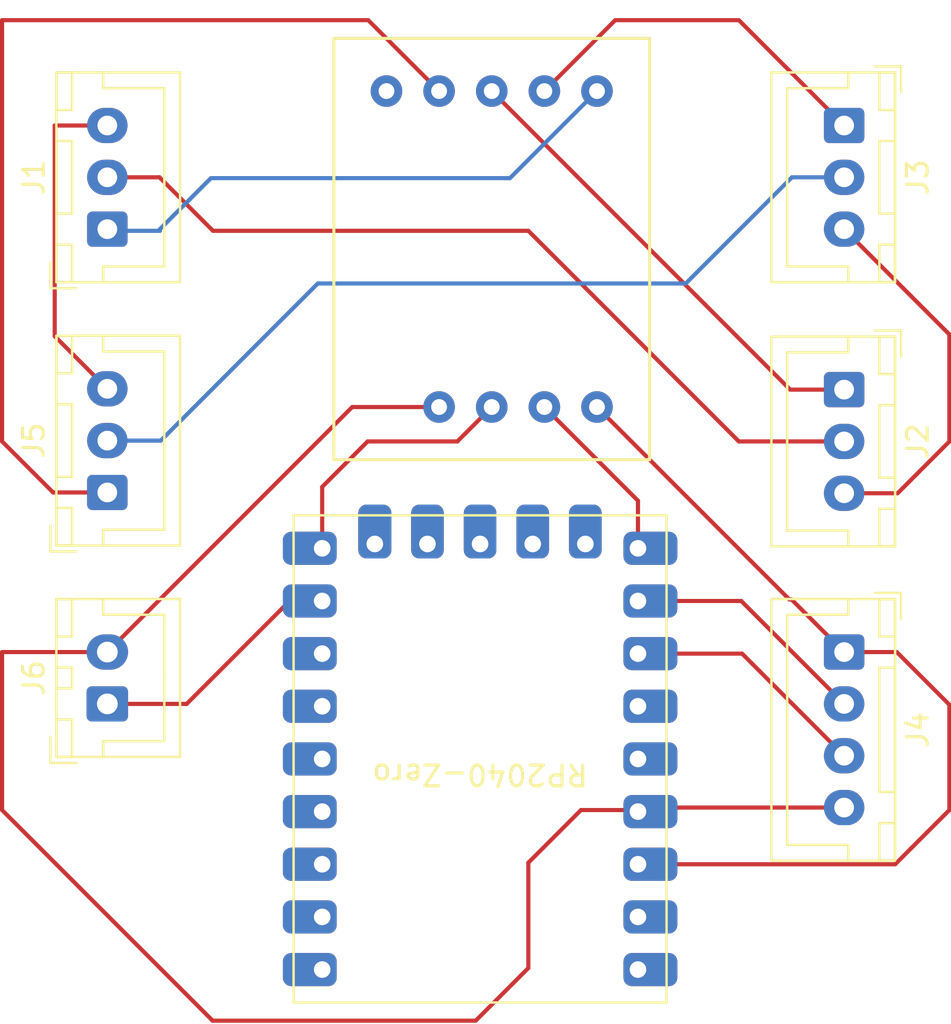
<source format=kicad_pcb>
(kicad_pcb (version 20240108) (generator "pcbnew") (generator_version "8.0")
  (layers (0 "F.Cu" signal) (31 "B.Cu" signal) (34 "B.Paste" user) (35 "F.Paste" user) (36 "B.SilkS" user "B.Silkscreen") (37 "F.SilkS" user "F.Silkscreen") (38 "B.Mask" user) (39 "F.Mask" user) (44 "Edge.Cuts" user))
  (net 0 "")
  (net 1 "Net-(HX1-CLK)")
  (net 2 "Net-(HX1-RED{slash}E+)")
  (net 4 "Net-(HX1-GRN{slash}A+)")
  (net 5 "Net-(HX1-WHT{slash}A-)")
  (net 14 "Net-(HX1-BLK{slash}E-)")
  (net 15 "GND")
  (net 21 "3V3")
  (net 22 "Net-(J1-Pin_3)")
  (net 23 "Net-(J1-Pin_2)")
  (net 24 "Net-(J2-Pin_3)")
  (net 25 "Net-(J3-Pin_2)")
  (net 26 "Net-(J4-Pin_2)")
  (net 27 "Net-(J4-Pin_3)")
  (net 28 "Net-(J6-Pin_1)")
  (net 32 "Net-(HX1-DAT)")
  (footprint "custom:hx711_module" (layer "F.Cu") (at 160.7925 46.6 -90)
    (property "Reference" "HX1" (hide yes))
    (property "Value" "~" (hide yes))
    (fp_rect (start -10.16 2.54) (end 10.16 17.78) (stroke (width 0.15)) (fill none) (layer "F.SilkS"))
    (pad "1" thru_hole circle (at 7.62 5.08 270) (size 1.524 1.524) (drill 0.762) (layers "*.Cu" "*.Mask") (net 21 "3V3"))
    (pad "2" thru_hole circle (at 7.62 7.62 270) (size 1.524 1.524) (drill 0.762) (layers "*.Cu" "*.Mask") (net 32 "Net-(HX1-DAT)"))
    (pad "3" thru_hole circle (at 7.62 10.16 270) (size 1.524 1.524) (drill 0.762) (layers "*.Cu" "*.Mask") (net 1 "Net-(HX1-CLK)"))
    (pad "4" thru_hole circle (at 7.62 12.7 270) (size 1.524 1.524) (drill 0.762) (layers "*.Cu" "*.Mask") (net 15 "GND"))
    (pad "5" thru_hole circle (at -7.62 5.08 270) (size 1.524 1.524) (drill 0.762) (layers "*.Cu" "*.Mask") (net 2 "Net-(HX1-RED{slash}E+)"))
    (pad "6" thru_hole circle (at -7.62 7.62 270) (size 1.524 1.524) (drill 0.762) (layers "*.Cu" "*.Mask") (net 14 "Net-(HX1-BLK{slash}E-)"))
    (pad "7" thru_hole circle (at -7.62 10.16 270) (size 1.524 1.524) (drill 0.762) (layers "*.Cu" "*.Mask") (net 5 "Net-(HX1-WHT{slash}A-)"))
    (pad "8" thru_hole circle (at -7.62 12.7 270) (size 1.524 1.524) (drill 0.762) (layers "*.Cu" "*.Mask") (net 4 "Net-(HX1-GRN{slash}A+)"))
    (pad "9" thru_hole circle (at -7.62 15.24 270) (size 1.524 1.524) (drill 0.762) (layers "*.Cu" "*.Mask"))
  )
  (footprint "Connector_JST:JST_XH_B3B-XH-A_1x03_P2.50mm_Vertical" (layer "F.Cu") (at 132.08 58.34 90)
    (property "Reference" "J5" (at 2.5 -3.55 90) (layer "F.SilkS"))
    (property "Value" "Screw_Terminal_01x03")
    (fp_line (start -1.6 -2.75) (end -2.85 -2.75) (stroke (width 0.12)) (layer "F.SilkS"))
    (fp_line (start -2.85 -2.75) (end -2.85 -1.5) (stroke (width 0.12)) (layer "F.SilkS"))
    (fp_line (start 7.56 -2.46) (end -2.56 -2.46) (stroke (width 0.12)) (layer "F.SilkS"))
    (fp_line (start -2.56 -2.46) (end -2.56 3.51) (stroke (width 0.12)) (layer "F.SilkS"))
    (fp_line (start 7.55 -2.45) (end 5.75 -2.45) (stroke (width 0.12)) (layer "F.SilkS"))
    (fp_line (start 5.75 -2.45) (end 5.75 -1.7) (stroke (width 0.12)) (layer "F.SilkS"))
    (fp_line (start 4.25 -2.45) (end 0.75 -2.45) (stroke (width 0.12)) (layer "F.SilkS"))
    (fp_line (start 0.75 -2.45) (end 0.75 -1.7) (stroke (width 0.12)) (layer "F.SilkS"))
    (fp_line (start -0.75 -2.45) (end -2.55 -2.45) (stroke (width 0.12)) (layer "F.SilkS"))
    (fp_line (start -2.55 -2.45) (end -2.55 -1.7) (stroke (width 0.12)) (layer "F.SilkS"))
    (fp_line (start 7.55 -1.7) (end 7.55 -2.45) (stroke (width 0.12)) (layer "F.SilkS"))
    (fp_line (start 5.75 -1.7) (end 7.55 -1.7) (stroke (width 0.12)) (layer "F.SilkS"))
    (fp_line (start 4.25 -1.7) (end 4.25 -2.45) (stroke (width 0.12)) (layer "F.SilkS"))
    (fp_line (start 0.75 -1.7) (end 4.25 -1.7) (stroke (width 0.12)) (layer "F.SilkS"))
    (fp_line (start -0.75 -1.7) (end -0.75 -2.45) (stroke (width 0.12)) (layer "F.SilkS"))
    (fp_line (start -2.55 -1.7) (end -0.75 -1.7) (stroke (width 0.12)) (layer "F.SilkS"))
    (fp_line (start 7.55 -0.2) (end 6.8 -0.2) (stroke (width 0.12)) (layer "F.SilkS"))
    (fp_line (start 6.8 -0.2) (end 6.8 2.75) (stroke (width 0.12)) (layer "F.SilkS"))
    (fp_line (start -1.8 -0.2) (end -1.8 2.75) (stroke (width 0.12)) (layer "F.SilkS"))
    (fp_line (start -2.55 -0.2) (end -1.8 -0.2) (stroke (width 0.12)) (layer "F.SilkS"))
    (fp_line (start 6.8 2.75) (end 2.5 2.75) (stroke (width 0.12)) (layer "F.SilkS"))
    (fp_line (start -1.8 2.75) (end 2.5 2.75) (stroke (width 0.12)) (layer "F.SilkS"))
    (fp_line (start 7.56 3.51) (end 7.56 -2.46) (stroke (width 0.12)) (layer "F.SilkS"))
    (fp_line (start -2.56 3.51) (end 7.56 3.51) (stroke (width 0.12)) (layer "F.SilkS"))
    (pad "1" thru_hole roundrect (at 0 0 90) (size 1.7 1.95) (drill 0.95) (layers "*.Cu" "*.Mask") (roundrect_rratio 0.147059) (net 4 "Net-(HX1-GRN{slash}A+)"))
    (pad "2" thru_hole oval (at 2.5 0 90) (size 1.7 1.95) (drill 0.95) (layers "*.Cu" "*.Mask") (net 25 "Net-(J3-Pin_2)"))
    (pad "3" thru_hole oval (at 5 0 90) (size 1.7 1.95) (drill 0.95) (layers "*.Cu" "*.Mask") (net 22 "Net-(J1-Pin_3)"))
  )
  (footprint "RP2040-Zero-Kicad:RP2040-Zero" (layer "F.Cu") (at 160.23 58.495 180)
    (property "Reference" "RZ1")
    (property "Value" "RP2040-Zero" (at 10.16 -13.45 180) (layer "F.SilkS"))
    (fp_line (start 19.16 -0.95) (end 19.16 -24.45) (stroke (width 0.12)) (layer "F.SilkS"))
    (fp_line (start 19.16 -24.45) (end 1.16 -24.45) (stroke (width 0.12)) (layer "F.SilkS"))
    (fp_line (start 1.16 -0.95) (end 19.16 -0.95) (stroke (width 0.12)) (layer "F.SilkS"))
    (fp_line (start 1.16 -24.45) (end 1.16 -0.95) (stroke (width 0.12)) (layer "F.SilkS"))
    (pad "1" thru_hole roundrect (at 17.78 -22.86 180) (size 2.6 1.6) (drill 0.8 (offset 0.6 0)) (layers "*.Cu" "*.Mask"))
    (pad "2" thru_hole roundrect (at 17.78 -20.32 180) (size 2.6 1.6) (drill 0.8 (offset 0.6 0)) (layers "*.Cu" "*.Mask"))
    (pad "3" thru_hole roundrect (at 17.78 -17.78 180) (size 2.6 1.6) (drill 0.8 (offset 0.6 0)) (layers "*.Cu" "*.Mask"))
    (pad "4" thru_hole roundrect (at 17.78 -15.24 180) (size 2.6 1.6) (drill 0.8 (offset 0.6 0)) (layers "*.Cu" "*.Mask"))
    (pad "5" thru_hole roundrect (at 17.78 -12.7 180) (size 2.6 1.6) (drill 0.8 (offset 0.6 0)) (layers "*.Cu" "*.Mask"))
    (pad "6" thru_hole roundrect (at 17.78 -10.16 180) (size 2.6 1.6002) (drill 0.8 (offset 0.6 0)) (layers "*.Cu" "*.Mask"))
    (pad "7" thru_hole roundrect (at 17.78 -7.62 180) (size 2.6 1.6002) (drill 0.8 (offset 0.6 0)) (layers "*.Cu" "*.Mask"))
    (pad "8" thru_hole roundrect (at 17.78 -5.08 180) (size 2.6 1.6002) (drill 0.8 (offset 0.6 0)) (layers "*.Cu" "*.Mask") (net 28 "Net-(J6-Pin_1)"))
    (pad "9" thru_hole roundrect (at 17.78 -2.54 180) (size 2.6 1.6002) (drill 0.8 (offset 0.6 0)) (layers "*.Cu" "*.Mask") (net 1 "Net-(HX1-CLK)"))
    (pad "10" thru_hole roundrect (at 15.24 -2.33 180) (size 1.6 2.6) (drill 0.8 (offset 0 0.6)) (layers "*.Cu" "*.Mask"))
    (pad "11" thru_hole roundrect (at 12.7 -2.33 180) (size 1.5748 2.6) (drill 0.8 (offset 0 0.6)) (layers "*.Cu" "*.Mask"))
    (pad "12" thru_hole roundrect (at 10.16 -2.33 180) (size 1.5748 2.6) (drill 0.8 (offset 0 0.6)) (layers "*.Cu" "*.Mask"))
    (pad "13" thru_hole roundrect (at 7.62 -2.33 180) (size 1.5748 2.6) (drill 0.8 (offset 0 0.6)) (layers "*.Cu" "*.Mask"))
    (pad "14" thru_hole roundrect (at 5.08 -2.33 180) (size 1.5748 2.6) (drill 0.8 (offset 0 0.6)) (layers "*.Cu" "*.Mask"))
    (pad "15" thru_hole roundrect (at 2.54 -2.54 180) (size 2.6 1.6002) (drill 0.8 (offset -0.6 0)) (layers "*.Cu" "*.Mask") (net 32 "Net-(HX1-DAT)"))
    (pad "16" thru_hole roundrect (at 2.54 -5.08 180) (size 2.6 1.6002) (drill 0.8 (offset -0.6 0)) (layers "*.Cu" "*.Mask") (net 26 "Net-(J4-Pin_2)"))
    (pad "17" thru_hole roundrect (at 2.54 -7.62 180) (size 2.6 1.6002) (drill 0.8 (offset -0.6 0)) (layers "*.Cu" "*.Mask") (net 27 "Net-(J4-Pin_3)"))
    (pad "18" thru_hole roundrect (at 2.54 -10.16 180) (size 2.6 1.6002) (drill 0.8 (offset -0.6 0)) (layers "*.Cu" "*.Mask"))
    (pad "19" thru_hole roundrect (at 2.54 -22.86 180) (size 2.6 1.6002) (drill 0.8 (offset -0.6 0)) (layers "*.Cu" "*.Mask"))
    (pad "20" thru_hole roundrect (at 2.54 -20.32 180) (size 2.6 1.6002) (drill 0.8 (offset -0.6 0)) (layers "*.Cu" "*.Mask"))
    (pad "21" thru_hole roundrect (at 2.54 -17.78 180) (size 2.6 1.6002) (drill 0.8 (offset -0.6 0)) (layers "*.Cu" "*.Mask") (net 21 "3V3"))
    (pad "22" thru_hole roundrect (at 2.54 -12.7 180) (size 2.6 1.6002) (drill 0.8 (offset -0.6 0)) (layers "*.Cu" "*.Mask"))
    (pad "23" thru_hole roundrect (at 2.54 -15.24 180) (size 2.6 1.6002) (drill 0.8 (offset -0.6 0)) (layers "*.Cu" "*.Mask") (net 15 "GND"))
  )
  (footprint "Connector_JST:JST_XH_B3B-XH-A_1x03_P2.50mm_Vertical" (layer "F.Cu") (at 167.64 53.38 -90)
    (property "Reference" "J2" (at 2.5 -3.55 -90) (layer "F.SilkS"))
    (property "Value" "Screw_Terminal_01x03")
    (fp_line (start -2.56 3.51) (end 7.56 3.51) (stroke (width 0.12)) (layer "F.SilkS"))
    (fp_line (start 7.56 3.51) (end 7.56 -2.46) (stroke (width 0.12)) (layer "F.SilkS"))
    (fp_line (start -1.8 2.75) (end 2.5 2.75) (stroke (width 0.12)) (layer "F.SilkS"))
    (fp_line (start 6.8 2.75) (end 2.5 2.75) (stroke (width 0.12)) (layer "F.SilkS"))
    (fp_line (start -2.55 -0.2) (end -1.8 -0.2) (stroke (width 0.12)) (layer "F.SilkS"))
    (fp_line (start -1.8 -0.2) (end -1.8 2.75) (stroke (width 0.12)) (layer "F.SilkS"))
    (fp_line (start 6.8 -0.2) (end 6.8 2.75) (stroke (width 0.12)) (layer "F.SilkS"))
    (fp_line (start 7.55 -0.2) (end 6.8 -0.2) (stroke (width 0.12)) (layer "F.SilkS"))
    (fp_line (start -2.55 -1.7) (end -0.75 -1.7) (stroke (width 0.12)) (layer "F.SilkS"))
    (fp_line (start -0.75 -1.7) (end -0.75 -2.45) (stroke (width 0.12)) (layer "F.SilkS"))
    (fp_line (start 0.75 -1.7) (end 4.25 -1.7) (stroke (width 0.12)) (layer "F.SilkS"))
    (fp_line (start 4.25 -1.7) (end 4.25 -2.45) (stroke (width 0.12)) (layer "F.SilkS"))
    (fp_line (start 5.75 -1.7) (end 7.55 -1.7) (stroke (width 0.12)) (layer "F.SilkS"))
    (fp_line (start 7.55 -1.7) (end 7.55 -2.45) (stroke (width 0.12)) (layer "F.SilkS"))
    (fp_line (start -2.55 -2.45) (end -2.55 -1.7) (stroke (width 0.12)) (layer "F.SilkS"))
    (fp_line (start -0.75 -2.45) (end -2.55 -2.45) (stroke (width 0.12)) (layer "F.SilkS"))
    (fp_line (start 0.75 -2.45) (end 0.75 -1.7) (stroke (width 0.12)) (layer "F.SilkS"))
    (fp_line (start 4.25 -2.45) (end 0.75 -2.45) (stroke (width 0.12)) (layer "F.SilkS"))
    (fp_line (start 5.75 -2.45) (end 5.75 -1.7) (stroke (width 0.12)) (layer "F.SilkS"))
    (fp_line (start 7.55 -2.45) (end 5.75 -2.45) (stroke (width 0.12)) (layer "F.SilkS"))
    (fp_line (start -2.56 -2.46) (end -2.56 3.51) (stroke (width 0.12)) (layer "F.SilkS"))
    (fp_line (start 7.56 -2.46) (end -2.56 -2.46) (stroke (width 0.12)) (layer "F.SilkS"))
    (fp_line (start -2.85 -2.75) (end -2.85 -1.5) (stroke (width 0.12)) (layer "F.SilkS"))
    (fp_line (start -1.6 -2.75) (end -2.85 -2.75) (stroke (width 0.12)) (layer "F.SilkS"))
    (pad "1" thru_hole roundrect (at 0 0 270) (size 1.7 1.95) (drill 0.95) (layers "*.Cu" "*.Mask") (roundrect_rratio 0.147059) (net 5 "Net-(HX1-WHT{slash}A-)"))
    (pad "2" thru_hole oval (at 2.5 0 270) (size 1.7 1.95) (drill 0.95) (layers "*.Cu" "*.Mask") (net 23 "Net-(J1-Pin_2)"))
    (pad "3" thru_hole oval (at 5 0 270) (size 1.7 1.95) (drill 0.95) (layers "*.Cu" "*.Mask") (net 24 "Net-(J2-Pin_3)"))
  )
  (footprint "Connector_JST:JST_XH_B3B-XH-A_1x03_P2.50mm_Vertical" (layer "F.Cu") (at 132.08 45.64 90)
    (property "Reference" "J1" (at 2.5 -3.55 90) (layer "F.SilkS"))
    (property "Value" "Screw_Terminal_01x03")
    (fp_line (start -1.6 -2.75) (end -2.85 -2.75) (stroke (width 0.12)) (layer "F.SilkS"))
    (fp_line (start -2.85 -2.75) (end -2.85 -1.5) (stroke (width 0.12)) (layer "F.SilkS"))
    (fp_line (start 7.56 -2.46) (end -2.56 -2.46) (stroke (width 0.12)) (layer "F.SilkS"))
    (fp_line (start -2.56 -2.46) (end -2.56 3.51) (stroke (width 0.12)) (layer "F.SilkS"))
    (fp_line (start 7.55 -2.45) (end 5.75 -2.45) (stroke (width 0.12)) (layer "F.SilkS"))
    (fp_line (start 5.75 -2.45) (end 5.75 -1.7) (stroke (width 0.12)) (layer "F.SilkS"))
    (fp_line (start 4.25 -2.45) (end 0.75 -2.45) (stroke (width 0.12)) (layer "F.SilkS"))
    (fp_line (start 0.75 -2.45) (end 0.75 -1.7) (stroke (width 0.12)) (layer "F.SilkS"))
    (fp_line (start -0.75 -2.45) (end -2.55 -2.45) (stroke (width 0.12)) (layer "F.SilkS"))
    (fp_line (start -2.55 -2.45) (end -2.55 -1.7) (stroke (width 0.12)) (layer "F.SilkS"))
    (fp_line (start 7.55 -1.7) (end 7.55 -2.45) (stroke (width 0.12)) (layer "F.SilkS"))
    (fp_line (start 5.75 -1.7) (end 7.55 -1.7) (stroke (width 0.12)) (layer "F.SilkS"))
    (fp_line (start 4.25 -1.7) (end 4.25 -2.45) (stroke (width 0.12)) (layer "F.SilkS"))
    (fp_line (start 0.75 -1.7) (end 4.25 -1.7) (stroke (width 0.12)) (layer "F.SilkS"))
    (fp_line (start -0.75 -1.7) (end -0.75 -2.45) (stroke (width 0.12)) (layer "F.SilkS"))
    (fp_line (start -2.55 -1.7) (end -0.75 -1.7) (stroke (width 0.12)) (layer "F.SilkS"))
    (fp_line (start 7.55 -0.2) (end 6.8 -0.2) (stroke (width 0.12)) (layer "F.SilkS"))
    (fp_line (start 6.8 -0.2) (end 6.8 2.75) (stroke (width 0.12)) (layer "F.SilkS"))
    (fp_line (start -1.8 -0.2) (end -1.8 2.75) (stroke (width 0.12)) (layer "F.SilkS"))
    (fp_line (start -2.55 -0.2) (end -1.8 -0.2) (stroke (width 0.12)) (layer "F.SilkS"))
    (fp_line (start 6.8 2.75) (end 2.5 2.75) (stroke (width 0.12)) (layer "F.SilkS"))
    (fp_line (start -1.8 2.75) (end 2.5 2.75) (stroke (width 0.12)) (layer "F.SilkS"))
    (fp_line (start 7.56 3.51) (end 7.56 -2.46) (stroke (width 0.12)) (layer "F.SilkS"))
    (fp_line (start -2.56 3.51) (end 7.56 3.51) (stroke (width 0.12)) (layer "F.SilkS"))
    (pad "1" thru_hole roundrect (at 0 0 90) (size 1.7 1.95) (drill 0.95) (layers "*.Cu" "*.Mask") (roundrect_rratio 0.147059) (net 2 "Net-(HX1-RED{slash}E+)"))
    (pad "2" thru_hole oval (at 2.5 0 90) (size 1.7 1.95) (drill 0.95) (layers "*.Cu" "*.Mask") (net 23 "Net-(J1-Pin_2)"))
    (pad "3" thru_hole oval (at 5 0 90) (size 1.7 1.95) (drill 0.95) (layers "*.Cu" "*.Mask") (net 22 "Net-(J1-Pin_3)"))
  )
  (footprint "Connector_JST:JST_XH_B4B-XH-A_1x04_P2.50mm_Vertical" (layer "F.Cu") (at 167.64 66.04 -90)
    (property "Reference" "J4" (at 3.75 -3.55 -90) (layer "F.SilkS"))
    (property "Value" "Screw_Terminal_01x04")
    (fp_line (start -2.56 3.51) (end 10.06 3.51) (stroke (width 0.12)) (layer "F.SilkS"))
    (fp_line (start 10.06 3.51) (end 10.06 -2.46) (stroke (width 0.12)) (layer "F.SilkS"))
    (fp_line (start -1.8 2.75) (end 3.75 2.75) (stroke (width 0.12)) (layer "F.SilkS"))
    (fp_line (start 9.3 2.75) (end 3.75 2.75) (stroke (width 0.12)) (layer "F.SilkS"))
    (fp_line (start -2.55 -0.2) (end -1.8 -0.2) (stroke (width 0.12)) (layer "F.SilkS"))
    (fp_line (start -1.8 -0.2) (end -1.8 2.75) (stroke (width 0.12)) (layer "F.SilkS"))
    (fp_line (start 9.3 -0.2) (end 9.3 2.75) (stroke (width 0.12)) (layer "F.SilkS"))
    (fp_line (start 10.05 -0.2) (end 9.3 -0.2) (stroke (width 0.12)) (layer "F.SilkS"))
    (fp_line (start -2.55 -1.7) (end -0.75 -1.7) (stroke (width 0.12)) (layer "F.SilkS"))
    (fp_line (start -0.75 -1.7) (end -0.75 -2.45) (stroke (width 0.12)) (layer "F.SilkS"))
    (fp_line (start 0.75 -1.7) (end 6.75 -1.7) (stroke (width 0.12)) (layer "F.SilkS"))
    (fp_line (start 6.75 -1.7) (end 6.75 -2.45) (stroke (width 0.12)) (layer "F.SilkS"))
    (fp_line (start 8.25 -1.7) (end 10.05 -1.7) (stroke (width 0.12)) (layer "F.SilkS"))
    (fp_line (start 10.05 -1.7) (end 10.05 -2.45) (stroke (width 0.12)) (layer "F.SilkS"))
    (fp_line (start -2.55 -2.45) (end -2.55 -1.7) (stroke (width 0.12)) (layer "F.SilkS"))
    (fp_line (start -0.75 -2.45) (end -2.55 -2.45) (stroke (width 0.12)) (layer "F.SilkS"))
    (fp_line (start 0.75 -2.45) (end 0.75 -1.7) (stroke (width 0.12)) (layer "F.SilkS"))
    (fp_line (start 6.75 -2.45) (end 0.75 -2.45) (stroke (width 0.12)) (layer "F.SilkS"))
    (fp_line (start 8.25 -2.45) (end 8.25 -1.7) (stroke (width 0.12)) (layer "F.SilkS"))
    (fp_line (start 10.05 -2.45) (end 8.25 -2.45) (stroke (width 0.12)) (layer "F.SilkS"))
    (fp_line (start -2.56 -2.46) (end -2.56 3.51) (stroke (width 0.12)) (layer "F.SilkS"))
    (fp_line (start 10.06 -2.46) (end -2.56 -2.46) (stroke (width 0.12)) (layer "F.SilkS"))
    (fp_line (start -2.85 -2.75) (end -2.85 -1.5) (stroke (width 0.12)) (layer "F.SilkS"))
    (fp_line (start -1.6 -2.75) (end -2.85 -2.75) (stroke (width 0.12)) (layer "F.SilkS"))
    (pad "1" thru_hole roundrect (at 0 0 270) (size 1.7 1.95) (drill 0.95) (layers "*.Cu" "*.Mask") (roundrect_rratio 0.147059) (net 21 "3V3"))
    (pad "2" thru_hole oval (at 2.5 0 270) (size 1.7 1.95) (drill 0.95) (layers "*.Cu" "*.Mask") (net 26 "Net-(J4-Pin_2)"))
    (pad "3" thru_hole oval (at 5 0 270) (size 1.7 1.95) (drill 0.95) (layers "*.Cu" "*.Mask") (net 27 "Net-(J4-Pin_3)"))
    (pad "4" thru_hole oval (at 7.5 0 270) (size 1.7 1.95) (drill 0.95) (layers "*.Cu" "*.Mask") (net 15 "GND"))
  )
  (footprint "Connector_JST:JST_XH_B2B-XH-A_1x02_P2.50mm_Vertical" (layer "F.Cu") (at 132.08 68.54 90)
    (property "Reference" "J6" (at 1.25 -3.55 90) (layer "F.SilkS"))
    (property "Value" "Screw_Terminal_01x02")
    (fp_line (start -1.6 -2.75) (end -2.85 -2.75) (stroke (width 0.12)) (layer "F.SilkS"))
    (fp_line (start -2.85 -2.75) (end -2.85 -1.5) (stroke (width 0.12)) (layer "F.SilkS"))
    (fp_line (start 5.06 -2.46) (end -2.56 -2.46) (stroke (width 0.12)) (layer "F.SilkS"))
    (fp_line (start -2.56 -2.46) (end -2.56 3.51) (stroke (width 0.12)) (layer "F.SilkS"))
    (fp_line (start 5.05 -2.45) (end 3.25 -2.45) (stroke (width 0.12)) (layer "F.SilkS"))
    (fp_line (start 3.25 -2.45) (end 3.25 -1.7) (stroke (width 0.12)) (layer "F.SilkS"))
    (fp_line (start 1.75 -2.45) (end 0.75 -2.45) (stroke (width 0.12)) (layer "F.SilkS"))
    (fp_line (start 0.75 -2.45) (end 0.75 -1.7) (stroke (width 0.12)) (layer "F.SilkS"))
    (fp_line (start -0.75 -2.45) (end -2.55 -2.45) (stroke (width 0.12)) (layer "F.SilkS"))
    (fp_line (start -2.55 -2.45) (end -2.55 -1.7) (stroke (width 0.12)) (layer "F.SilkS"))
    (fp_line (start 5.05 -1.7) (end 5.05 -2.45) (stroke (width 0.12)) (layer "F.SilkS"))
    (fp_line (start 3.25 -1.7) (end 5.05 -1.7) (stroke (width 0.12)) (layer "F.SilkS"))
    (fp_line (start 1.75 -1.7) (end 1.75 -2.45) (stroke (width 0.12)) (layer "F.SilkS"))
    (fp_line (start 0.75 -1.7) (end 1.75 -1.7) (stroke (width 0.12)) (layer "F.SilkS"))
    (fp_line (start -0.75 -1.7) (end -0.75 -2.45) (stroke (width 0.12)) (layer "F.SilkS"))
    (fp_line (start -2.55 -1.7) (end -0.75 -1.7) (stroke (width 0.12)) (layer "F.SilkS"))
    (fp_line (start 5.05 -0.2) (end 4.3 -0.2) (stroke (width 0.12)) (layer "F.SilkS"))
    (fp_line (start 4.3 -0.2) (end 4.3 2.75) (stroke (width 0.12)) (layer "F.SilkS"))
    (fp_line (start -1.8 -0.2) (end -1.8 2.75) (stroke (width 0.12)) (layer "F.SilkS"))
    (fp_line (start -2.55 -0.2) (end -1.8 -0.2) (stroke (width 0.12)) (layer "F.SilkS"))
    (fp_line (start 4.3 2.75) (end 1.25 2.75) (stroke (width 0.12)) (layer "F.SilkS"))
    (fp_line (start -1.8 2.75) (end 1.25 2.75) (stroke (width 0.12)) (layer "F.SilkS"))
    (fp_line (start 5.06 3.51) (end 5.06 -2.46) (stroke (width 0.12)) (layer "F.SilkS"))
    (fp_line (start -2.56 3.51) (end 5.06 3.51) (stroke (width 0.12)) (layer "F.SilkS"))
    (pad "1" thru_hole roundrect (at 0 0 90) (size 1.7 2) (drill 1) (layers "*.Cu" "*.Mask") (roundrect_rratio 0.147059) (net 28 "Net-(J6-Pin_1)"))
    (pad "2" thru_hole oval (at 2.5 0 90) (size 1.7 2) (drill 1) (layers "*.Cu" "*.Mask") (net 15 "GND"))
  )
  (footprint "Connector_JST:JST_XH_B3B-XH-A_1x03_P2.50mm_Vertical" (layer "F.Cu") (at 167.64 40.64 -90)
    (property "Reference" "J3" (at 2.5 -3.55 -90) (layer "F.SilkS"))
    (property "Value" "Screw_Terminal_01x03")
    (fp_line (start -2.56 3.51) (end 7.56 3.51) (stroke (width 0.12)) (layer "F.SilkS"))
    (fp_line (start 7.56 3.51) (end 7.56 -2.46) (stroke (width 0.12)) (layer "F.SilkS"))
    (fp_line (start -1.8 2.75) (end 2.5 2.75) (stroke (width 0.12)) (layer "F.SilkS"))
    (fp_line (start 6.8 2.75) (end 2.5 2.75) (stroke (width 0.12)) (layer "F.SilkS"))
    (fp_line (start -2.55 -0.2) (end -1.8 -0.2) (stroke (width 0.12)) (layer "F.SilkS"))
    (fp_line (start -1.8 -0.2) (end -1.8 2.75) (stroke (width 0.12)) (layer "F.SilkS"))
    (fp_line (start 6.8 -0.2) (end 6.8 2.75) (stroke (width 0.12)) (layer "F.SilkS"))
    (fp_line (start 7.55 -0.2) (end 6.8 -0.2) (stroke (width 0.12)) (layer "F.SilkS"))
    (fp_line (start -2.55 -1.7) (end -0.75 -1.7) (stroke (width 0.12)) (layer "F.SilkS"))
    (fp_line (start -0.75 -1.7) (end -0.75 -2.45) (stroke (width 0.12)) (layer "F.SilkS"))
    (fp_line (start 0.75 -1.7) (end 4.25 -1.7) (stroke (width 0.12)) (layer "F.SilkS"))
    (fp_line (start 4.25 -1.7) (end 4.25 -2.45) (stroke (width 0.12)) (layer "F.SilkS"))
    (fp_line (start 5.75 -1.7) (end 7.55 -1.7) (stroke (width 0.12)) (layer "F.SilkS"))
    (fp_line (start 7.55 -1.7) (end 7.55 -2.45) (stroke (width 0.12)) (layer "F.SilkS"))
    (fp_line (start -2.55 -2.45) (end -2.55 -1.7) (stroke (width 0.12)) (layer "F.SilkS"))
    (fp_line (start -0.75 -2.45) (end -2.55 -2.45) (stroke (width 0.12)) (layer "F.SilkS"))
    (fp_line (start 0.75 -2.45) (end 0.75 -1.7) (stroke (width 0.12)) (layer "F.SilkS"))
    (fp_line (start 4.25 -2.45) (end 0.75 -2.45) (stroke (width 0.12)) (layer "F.SilkS"))
    (fp_line (start 5.75 -2.45) (end 5.75 -1.7) (stroke (width 0.12)) (layer "F.SilkS"))
    (fp_line (start 7.55 -2.45) (end 5.75 -2.45) (stroke (width 0.12)) (layer "F.SilkS"))
    (fp_line (start -2.56 -2.46) (end -2.56 3.51) (stroke (width 0.12)) (layer "F.SilkS"))
    (fp_line (start 7.56 -2.46) (end -2.56 -2.46) (stroke (width 0.12)) (layer "F.SilkS"))
    (fp_line (start -2.85 -2.75) (end -2.85 -1.5) (stroke (width 0.12)) (layer "F.SilkS"))
    (fp_line (start -1.6 -2.75) (end -2.85 -2.75) (stroke (width 0.12)) (layer "F.SilkS"))
    (pad "1" thru_hole roundrect (at 0 0 270) (size 1.7 1.95) (drill 0.95) (layers "*.Cu" "*.Mask") (roundrect_rratio 0.147059) (net 14 "Net-(HX1-BLK{slash}E-)"))
    (pad "2" thru_hole oval (at 2.5 0 270) (size 1.7 1.95) (drill 0.95) (layers "*.Cu" "*.Mask") (net 25 "Net-(J3-Pin_2)"))
    (pad "3" thru_hole oval (at 5 0 270) (size 1.7 1.95) (drill 0.95) (layers "*.Cu" "*.Mask") (net 24 "Net-(J2-Pin_3)"))
  )
  (segment (start 144.642525 55.88) (end 142.45 58.072525) (width 0.2) (layer "F.Cu") (net 1))
  (segment (start 142.45 58.072525) (end 142.45 61.035) (width 0.2) (layer "F.Cu") (net 1))
  (segment (start 150.6325 54.22) (end 148.9725 55.88) (width 0.2) (layer "F.Cu") (net 1))
  (segment (start 148.9725 55.88) (end 144.642525 55.88) (width 0.2) (layer "F.Cu") (net 1))
  (segment (start 132.08 45.64) (end 132.16 45.72) (width 0.2) (layer "B.Cu") (net 2))
  (segment (start 132.16 45.72) (end 134.62 45.72) (width 0.2) (layer "B.Cu") (net 2))
  (segment (start 151.5125 43.18) (end 155.7125 38.98) (width 0.2) (layer "B.Cu") (net 2))
  (segment (start 134.62 45.64) (end 137.08 43.18) (width 0.2) (layer "B.Cu") (net 2))
  (segment (start 137.08 43.18) (end 151.5125 43.18) (width 0.2) (layer "B.Cu") (net 2))
  (segment (start 134.62 45.72) (end 134.62 45.64) (width 0.2) (layer "B.Cu") (net 2))
  (segment (start 129.46 58.34) (end 127 55.88) (width 0.2) (layer "F.Cu") (net 4))
  (segment (start 127 55.88) (end 127 35.56) (width 0.2) (layer "F.Cu") (net 4))
  (segment (start 144.6725 35.56) (end 148.0925 38.98) (width 0.2) (layer "F.Cu") (net 4))
  (segment (start 127 35.56) (end 144.6725 35.56) (width 0.2) (layer "F.Cu") (net 4))
  (segment (start 132.08 58.34) (end 129.46 58.34) (width 0.2) (layer "F.Cu") (net 4))
  (segment (start 165.0325 53.38) (end 150.6325 38.98) (width 0.2) (layer "F.Cu") (net 5))
  (segment (start 167.64 53.38) (end 165.0325 53.38) (width 0.2) (layer "F.Cu") (net 5))
  (segment (start 167.64 53.34) (end 167.64 53.38) (width 0.2) (layer "F.Cu") (net 5))
  (segment (start 156.5925 35.56) (end 153.1725 38.98) (width 0.2) (layer "F.Cu") (net 14))
  (segment (start 162.56 35.56) (end 156.5925 35.56) (width 0.2) (layer "F.Cu") (net 14))
  (segment (start 167.64 40.64) (end 162.56 35.56) (width 0.2) (layer "F.Cu") (net 14))
  (segment (start 143.9 54.22) (end 148.0925 54.22) (width 0.2) (layer "F.Cu") (net 15))
  (segment (start 152.4 81.28) (end 152.4 76.2) (width 0.2) (layer "F.Cu") (net 15))
  (segment (start 149.86 83.82) (end 152.4 81.28) (width 0.2) (layer "F.Cu") (net 15))
  (segment (start 132.08 66.04) (end 127 66.04) (width 0.2) (layer "F.Cu") (net 15))
  (segment (start 157.48 73.66) (end 157.555 73.735) (width 0.2) (layer "F.Cu") (net 15))
  (segment (start 157.555 73.735) (end 157.69 73.735) (width 0.2) (layer "F.Cu") (net 15))
  (segment (start 157.885 73.54) (end 157.69 73.735) (width 0.2) (layer "F.Cu") (net 15))
  (segment (start 137.16 83.82) (end 149.86 83.82) (width 0.2) (layer "F.Cu") (net 15))
  (segment (start 152.4 76.2) (end 154.94 73.66) (width 0.2) (layer "F.Cu") (net 15))
  (segment (start 132.08 66.04) (end 143.9 54.22) (width 0.2) (layer "F.Cu") (net 15))
  (segment (start 127 66.04) (end 127 73.66) (width 0.2) (layer "F.Cu") (net 15))
  (segment (start 154.94 73.66) (end 157.48 73.66) (width 0.2) (layer "F.Cu") (net 15))
  (segment (start 167.64 73.54) (end 157.885 73.54) (width 0.2) (layer "F.Cu") (net 15))
  (segment (start 127 73.66) (end 137.16 83.82) (width 0.2) (layer "F.Cu") (net 15))
  (segment (start 164.9925 63.5) (end 155.7125 54.22) (width 0.2) (layer "F.Cu") (net 21))
  (segment (start 172.72 68.58) (end 170.18 66.04) (width 0.2) (layer "F.Cu") (net 21))
  (segment (start 157.69 76.275) (end 170.105 76.275) (width 0.2) (layer "F.Cu") (net 21))
  (segment (start 167.64 66.04) (end 165.1 63.5) (width 0.2) (layer "F.Cu") (net 21))
  (segment (start 170.105 76.275) (end 172.72 73.66) (width 0.2) (layer "F.Cu") (net 21))
  (segment (start 172.72 73.66) (end 172.72 68.58) (width 0.2) (layer "F.Cu") (net 21))
  (segment (start 170.18 66.04) (end 167.64 66.04) (width 0.2) (layer "F.Cu") (net 21))
  (segment (start 165.1 63.5) (end 164.9925 63.5) (width 0.2) (layer "F.Cu") (net 21))
  (segment (start 129.54 40.64) (end 132.08 40.64) (width 0.2) (layer "F.Cu") (net 22))
  (segment (start 129.54 50.8) (end 129.54 40.64) (width 0.2) (layer "F.Cu") (net 22))
  (segment (start 132.08 53.34) (end 129.54 50.8) (width 0.2) (layer "F.Cu") (net 22))
  (segment (start 134.6 43.14) (end 137.18 45.72) (width 0.2) (layer "F.Cu") (net 23))
  (segment (start 132.08 43.14) (end 134.6 43.14) (width 0.2) (layer "F.Cu") (net 23))
  (segment (start 152.4 45.72) (end 162.56 55.88) (width 0.2) (layer "F.Cu") (net 23))
  (segment (start 162.56 55.88) (end 167.64 55.88) (width 0.2) (layer "F.Cu") (net 23))
  (segment (start 137.18 45.72) (end 152.4 45.72) (width 0.2) (layer "F.Cu") (net 23))
  (segment (start 172.72 50.72) (end 167.64 45.64) (width 0.2) (layer "F.Cu") (net 24))
  (segment (start 172.72 55.88) (end 172.72 50.72) (width 0.2) (layer "F.Cu") (net 24))
  (segment (start 170.22 58.38) (end 172.72 55.88) (width 0.2) (layer "F.Cu") (net 24))
  (segment (start 167.64 58.38) (end 170.22 58.38) (width 0.2) (layer "F.Cu") (net 24))
  (segment (start 142.24 48.26) (end 160 48.26) (width 0.2) (layer "B.Cu") (net 25))
  (segment (start 134.66 55.84) (end 142.24 48.26) (width 0.2) (layer "B.Cu") (net 25))
  (segment (start 160 48.26) (end 165.12 43.14) (width 0.2) (layer "B.Cu") (net 25))
  (segment (start 165.12 43.14) (end 167.64 43.14) (width 0.2) (layer "B.Cu") (net 25))
  (segment (start 132.08 55.84) (end 134.66 55.84) (width 0.2) (layer "B.Cu") (net 25))
  (segment (start 167.64 68.54) (end 162.675 63.575) (width 0.2) (layer "F.Cu") (net 26))
  (segment (start 162.675 63.575) (end 157.69 63.575) (width 0.2) (layer "F.Cu") (net 26))
  (segment (start 167.64 71.04) (end 162.715 66.115) (width 0.2) (layer "F.Cu") (net 27))
  (segment (start 162.715 66.115) (end 157.69 66.115) (width 0.2) (layer "F.Cu") (net 27))
  (segment (start 132.08 68.54) (end 135.91 68.54) (width 0.2) (layer "F.Cu") (net 28))
  (segment (start 135.91 68.54) (end 140.875 63.575) (width 0.2) (layer "F.Cu") (net 28))
  (segment (start 140.875 63.575) (end 142.45 63.575) (width 0.2) (layer "F.Cu") (net 28))
  (segment (start 157.69 58.7375) (end 157.69 61.035) (width 0.2) (layer "F.Cu") (net 32))
  (segment (start 153.1725 54.22) (end 157.69 58.7375) (width 0.2) (layer "F.Cu") (net 32))
)
</source>
